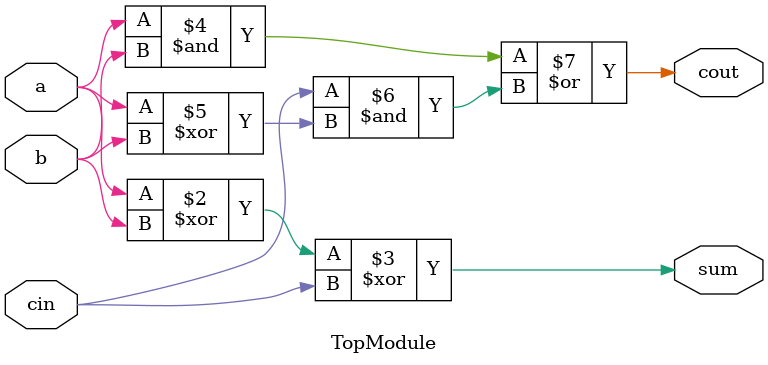
<source format=sv>
module TopModule (
    input  logic a,
    input  logic b,
    input  logic cin,
    output logic cout,
    output logic sum
);

    always @(*) begin
        sum = a ^ b ^ cin;        // Sum calculation
        cout = (a & b) | (cin & (a ^ b)); // Carry-out calculation
    end

endmodule
</source>
